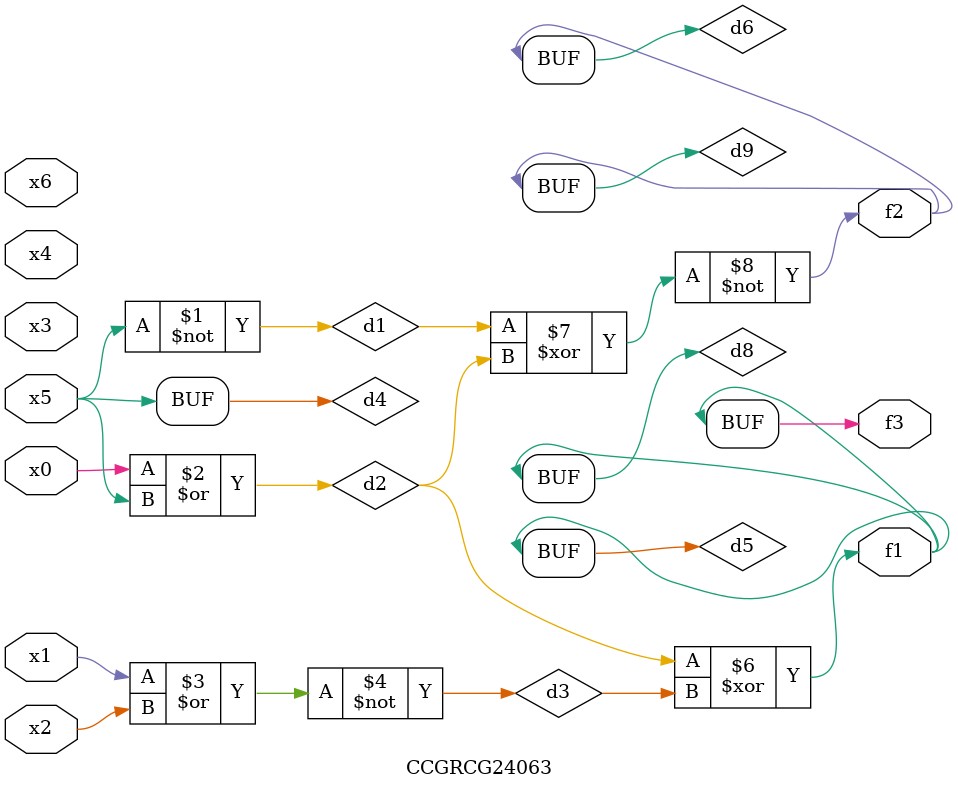
<source format=v>
module CCGRCG24063(
	input x0, x1, x2, x3, x4, x5, x6,
	output f1, f2, f3
);

	wire d1, d2, d3, d4, d5, d6, d7, d8, d9;

	nand (d1, x5);
	or (d2, x0, x5);
	nor (d3, x1, x2);
	xnor (d4, d1);
	xor (d5, d2, d3);
	xnor (d6, d1, d2);
	not (d7, x4);
	buf (d8, d5);
	xor (d9, d6);
	assign f1 = d8;
	assign f2 = d9;
	assign f3 = d8;
endmodule

</source>
